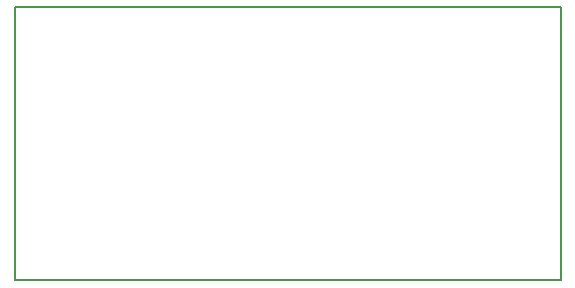
<source format=gm1>
%TF.GenerationSoftware,KiCad,Pcbnew,4.0.4-stable*%
%TF.CreationDate,2016-12-07T16:46:42+00:00*%
%TF.ProjectId,mightyduino,6D69676874796475696E6F2E6B696361,1.1*%
%TF.FileFunction,Profile,NP*%
%FSLAX46Y46*%
G04 Gerber Fmt 4.6, Leading zero omitted, Abs format (unit mm)*
G04 Created by KiCad (PCBNEW 4.0.4-stable) date Wednesday, 07 '07e' December '07e' 2016, 16:46:42*
%MOMM*%
%LPD*%
G01*
G04 APERTURE LIST*
%ADD10C,0.100000*%
%ADD11C,0.150000*%
G04 APERTURE END LIST*
D10*
D11*
X128143000Y-98933000D02*
X128143000Y-98933000D01*
X128143000Y-122047000D02*
X128143000Y-98933000D01*
X174371000Y-122047000D02*
X128143000Y-122047000D01*
X174371000Y-98933000D02*
X174371000Y-122047000D01*
X128143000Y-98933000D02*
X174371000Y-98933000D01*
M02*

</source>
